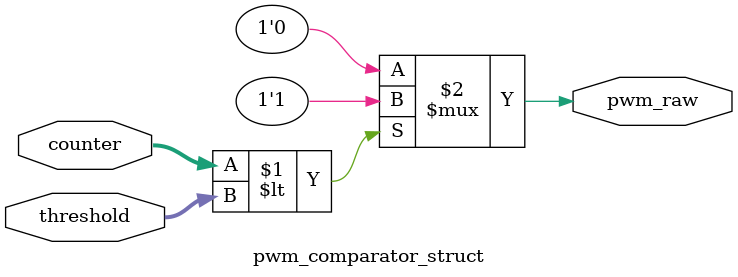
<source format=v>

`timescale 1ns/1ps

module pwm_50hz_struct
#(
    // Frequência do clock de entrada em Hz
    parameter integer CLK_FREQ_HZ = 100_000_000,
    // Frequência desejada do PWM em Hz
    parameter integer PWM_FREQ_HZ = 50,
    // Número de ciclos de clock para completar um período de PWM
    parameter integer COUNTER_MAX = CLK_FREQ_HZ / PWM_FREQ_HZ
)
(
    input  wire        clk,       // Clock de 100 MHz
    input  wire        reset_n,   // Reset assíncrono ativo em nível baixo
    input  wire [1:0]  duty_sel,  // Seleção de duty cycle
    output wire        pwm_out    // Saída PWM estrutural
);

    // Sinal interno do contador
    wire [31:0] counter;
    // Limiar selecionado para o duty cycle
    wire [31:0] threshold;
    // Sinal PWM intermediário vindo do comparador
    wire        pwm_raw;

    // Instância do contador síncrono parametrizável
    pwm_counter_struct
    #(
        .COUNTER_MAX (COUNTER_MAX)
    ) u_counter (
        .clk      (clk),
        .reset_n  (reset_n),
        .count_q  (counter)
    );

    // Instância do seletor de limiar de duty cycle
    pwm_duty_selector_struct
    #(
        .COUNTER_MAX (COUNTER_MAX)
    ) u_duty_selector (
        .duty_sel  (duty_sel),
        .threshold (threshold)
    );

    // Instância do comparador PWM
    pwm_comparator_struct u_comparator (
        .counter   (counter),
        .threshold (threshold),
        .pwm_raw   (pwm_raw)
    );

    // Tratamento do caso especial de 100% e 0% na saída final
    assign pwm_out =
        (duty_sel == 2'b10) ? 1'b1 :  // 100% em nível alto
        (duty_sel == 2'b11) ? 1'b0 :  // 0% em nível alto
                              pwm_raw; // Casos 30% e 60% usam comparador

endmodule

// --------------------------------------------------------------------------
// Submódulo: pwm_counter_struct
// Contador síncrono parametrizável
// --------------------------------------------------------------------------
module pwm_counter_struct
#(
    parameter integer COUNTER_MAX = 2_000_000
)
(
    input  wire       clk,      // Clock de 100 MHz
    input  wire       reset_n,  // Reset assíncrono ativo em nível baixo
    output reg [31:0] count_q   // Saída do valor atual do contador
);

    // Bloco sequencial do contador
    always @(posedge clk or negedge reset_n) begin
        if (!reset_n) begin
            count_q <= 32'd0;                // Zera contador no reset
        end else begin
            if (count_q >= (COUNTER_MAX - 1)) begin
                count_q <= 32'd0;            // Reinicia quando atinge limite
            end else begin
                count_q <= count_q + 32'd1;  // Incrementa contador
            end
        end
    end

endmodule

// --------------------------------------------------------------------------
// Submódulo: pwm_duty_selector_struct
// Seleciona limiar de duty cycle com base em duty_sel
// --------------------------------------------------------------------------
module pwm_duty_selector_struct
#(
    parameter integer COUNTER_MAX = 2_000_000
)
(
    input  wire [1:0]  duty_sel,   // Seleção de duty cycle
    output reg  [31:0] threshold   // Limiar correspondente
);

    // Cálculo local dos limiares de 30%, 60% e 100%
    localparam integer DUTY_30  = (COUNTER_MAX * 30) / 100;
    localparam integer DUTY_60  = (COUNTER_MAX * 60) / 100;
    localparam integer DUTY_100 = COUNTER_MAX;

    // Lógica combinacional de seleção do limiar
    always @* begin
        case (duty_sel)
            2'b00: threshold = DUTY_30;   // 30%
            2'b01: threshold = DUTY_60;   // 60%
            2'b10: threshold = DUTY_100;  // 100%
            default: threshold = 32'd0;   // 0%
        endcase
    end

endmodule

// --------------------------------------------------------------------------
// Submódulo: pwm_comparator_struct
// Compara contador com limiar para gerar PWM bruto
// --------------------------------------------------------------------------
module pwm_comparator_struct
(
    input  wire [31:0] counter,    // Valor atual do contador
    input  wire [31:0] threshold,  // Limiar de duty cycle
    output wire        pwm_raw     // Saída PWM bruta
);

    // Saída em nível alto enquanto contador for menor que o limiar
    assign pwm_raw = (counter < threshold) ? 1'b1 : 1'b0;

endmodule

</source>
